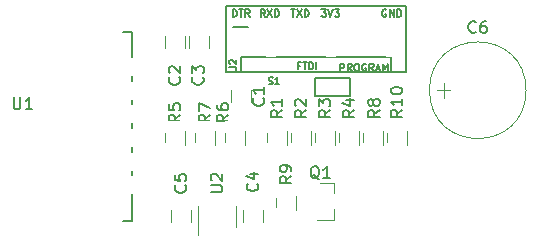
<source format=gto>
G04 #@! TF.FileFunction,Legend,Top*
%FSLAX46Y46*%
G04 Gerber Fmt 4.6, Leading zero omitted, Abs format (unit mm)*
G04 Created by KiCad (PCBNEW 4.0.7) date 10/21/18 23:31:01*
%MOMM*%
%LPD*%
G01*
G04 APERTURE LIST*
%ADD10C,0.100000*%
%ADD11C,0.127000*%
%ADD12C,0.203200*%
%ADD13C,0.120000*%
%ADD14C,0.152400*%
%ADD15C,0.150000*%
%ADD16C,2.082800*%
%ADD17R,2.501900X1.800860*%
%ADD18R,2.000000X2.000000*%
%ADD19C,2.000000*%
%ADD20R,1.500000X2.900000*%
%ADD21R,2.900000X1.500000*%
%ADD22R,1.050000X1.460000*%
%ADD23R,1.650000X1.400000*%
%ADD24R,1.700000X1.100000*%
%ADD25R,1.300000X1.200000*%
G04 APERTURE END LIST*
D10*
D11*
X95788843Y-100888800D02*
X95730786Y-100859771D01*
X95643700Y-100859771D01*
X95556615Y-100888800D01*
X95498557Y-100946857D01*
X95469529Y-101004914D01*
X95440500Y-101121029D01*
X95440500Y-101208114D01*
X95469529Y-101324229D01*
X95498557Y-101382286D01*
X95556615Y-101440343D01*
X95643700Y-101469371D01*
X95701757Y-101469371D01*
X95788843Y-101440343D01*
X95817872Y-101411314D01*
X95817872Y-101208114D01*
X95701757Y-101208114D01*
X96079129Y-101469371D02*
X96079129Y-100859771D01*
X96427472Y-101469371D01*
X96427472Y-100859771D01*
X96717758Y-101469371D02*
X96717758Y-100859771D01*
X96862901Y-100859771D01*
X96949986Y-100888800D01*
X97008044Y-100946857D01*
X97037072Y-101004914D01*
X97066101Y-101121029D01*
X97066101Y-101208114D01*
X97037072Y-101324229D01*
X97008044Y-101382286D01*
X96949986Y-101440343D01*
X96862901Y-101469371D01*
X96717758Y-101469371D01*
X90316958Y-100859771D02*
X90694329Y-100859771D01*
X90491129Y-101092000D01*
X90578215Y-101092000D01*
X90636272Y-101121029D01*
X90665301Y-101150057D01*
X90694329Y-101208114D01*
X90694329Y-101353257D01*
X90665301Y-101411314D01*
X90636272Y-101440343D01*
X90578215Y-101469371D01*
X90404043Y-101469371D01*
X90345986Y-101440343D01*
X90316958Y-101411314D01*
X90868500Y-100859771D02*
X91071700Y-101469371D01*
X91274900Y-100859771D01*
X91420043Y-100859771D02*
X91797414Y-100859771D01*
X91594214Y-101092000D01*
X91681300Y-101092000D01*
X91739357Y-101121029D01*
X91768386Y-101150057D01*
X91797414Y-101208114D01*
X91797414Y-101353257D01*
X91768386Y-101411314D01*
X91739357Y-101440343D01*
X91681300Y-101469371D01*
X91507128Y-101469371D01*
X91449071Y-101440343D01*
X91420043Y-101411314D01*
X87762443Y-100859771D02*
X88110786Y-100859771D01*
X87936615Y-101469371D02*
X87936615Y-100859771D01*
X88255929Y-100859771D02*
X88662329Y-101469371D01*
X88662329Y-100859771D02*
X88255929Y-101469371D01*
X88894557Y-101469371D02*
X88894557Y-100859771D01*
X89039700Y-100859771D01*
X89126785Y-100888800D01*
X89184843Y-100946857D01*
X89213871Y-101004914D01*
X89242900Y-101121029D01*
X89242900Y-101208114D01*
X89213871Y-101324229D01*
X89184843Y-101382286D01*
X89126785Y-101440343D01*
X89039700Y-101469371D01*
X88894557Y-101469371D01*
X85534501Y-101469371D02*
X85331301Y-101179086D01*
X85186158Y-101469371D02*
X85186158Y-100859771D01*
X85418386Y-100859771D01*
X85476444Y-100888800D01*
X85505472Y-100917829D01*
X85534501Y-100975886D01*
X85534501Y-101062971D01*
X85505472Y-101121029D01*
X85476444Y-101150057D01*
X85418386Y-101179086D01*
X85186158Y-101179086D01*
X85737701Y-100859771D02*
X86144101Y-101469371D01*
X86144101Y-100859771D02*
X85737701Y-101469371D01*
X86376329Y-101469371D02*
X86376329Y-100859771D01*
X86521472Y-100859771D01*
X86608557Y-100888800D01*
X86666615Y-100946857D01*
X86695643Y-101004914D01*
X86724672Y-101121029D01*
X86724672Y-101208114D01*
X86695643Y-101324229D01*
X86666615Y-101382286D01*
X86608557Y-101440343D01*
X86521472Y-101469371D01*
X86376329Y-101469371D01*
X82805815Y-101469371D02*
X82805815Y-100859771D01*
X82950958Y-100859771D01*
X83038043Y-100888800D01*
X83096101Y-100946857D01*
X83125129Y-101004914D01*
X83154158Y-101121029D01*
X83154158Y-101208114D01*
X83125129Y-101324229D01*
X83096101Y-101382286D01*
X83038043Y-101440343D01*
X82950958Y-101469371D01*
X82805815Y-101469371D01*
X83328329Y-100859771D02*
X83676672Y-100859771D01*
X83502501Y-101469371D02*
X83502501Y-100859771D01*
X84228215Y-101469371D02*
X84025015Y-101179086D01*
X83879872Y-101469371D02*
X83879872Y-100859771D01*
X84112100Y-100859771D01*
X84170158Y-100888800D01*
X84199186Y-100917829D01*
X84228215Y-100975886D01*
X84228215Y-101062971D01*
X84199186Y-101121029D01*
X84170158Y-101150057D01*
X84112100Y-101179086D01*
X83879872Y-101179086D01*
X82232500Y-100584000D02*
X82232500Y-106172000D01*
X97472500Y-100584000D02*
X97472500Y-106172000D01*
X97472500Y-100584000D02*
X82232500Y-100584000D01*
X97472500Y-106172000D02*
X96202500Y-106172000D01*
X96202500Y-106172000D02*
X83502500Y-106172000D01*
X83502500Y-106172000D02*
X82232500Y-106172000D01*
X83502500Y-106172000D02*
X83502500Y-104902000D01*
X83502500Y-104902000D02*
X96202500Y-104902000D01*
X96202500Y-104902000D02*
X96202500Y-106172000D01*
D12*
X82867500Y-102362000D02*
X84137500Y-102362000D01*
X84137500Y-102362000D02*
X82867500Y-102362000D01*
X89750900Y-106692700D02*
X92748100Y-106692700D01*
X92748100Y-108191300D02*
X89750900Y-108191300D01*
X89750900Y-108191300D02*
X89750900Y-106692700D01*
X92748100Y-108191300D02*
X92748100Y-106692700D01*
D13*
X107638500Y-107696000D02*
G75*
G03X107638500Y-107696000I-4090000J0D01*
G01*
X100098500Y-107696000D02*
X101298500Y-107696000D01*
X100698500Y-107046000D02*
X100698500Y-108346000D01*
D14*
X73533000Y-118745000D02*
X74295000Y-118745000D01*
X74295000Y-118745000D02*
X74295000Y-102743000D01*
X74295000Y-102743000D02*
X73533000Y-102743000D01*
D13*
X83080500Y-119264000D02*
X83080500Y-117464000D01*
X79860500Y-117464000D02*
X79860500Y-119914000D01*
X82652500Y-107704000D02*
X82652500Y-108704000D01*
X84352500Y-108704000D02*
X84352500Y-107704000D01*
X77064500Y-103132000D02*
X77064500Y-104132000D01*
X78764500Y-104132000D02*
X78764500Y-103132000D01*
X79096500Y-103132000D02*
X79096500Y-104132000D01*
X80796500Y-104132000D02*
X80796500Y-103132000D01*
X83668500Y-117864000D02*
X83668500Y-118864000D01*
X85368500Y-118864000D02*
X85368500Y-117864000D01*
X79272500Y-118864000D02*
X79272500Y-117864000D01*
X77572500Y-117864000D02*
X77572500Y-118864000D01*
X87430500Y-111160000D02*
X87430500Y-112360000D01*
X85670500Y-112360000D02*
X85670500Y-111160000D01*
X89462500Y-111160000D02*
X89462500Y-112360000D01*
X87702500Y-112360000D02*
X87702500Y-111160000D01*
X89734500Y-112360000D02*
X89734500Y-111160000D01*
X91494500Y-111160000D02*
X91494500Y-112360000D01*
X93526500Y-111160000D02*
X93526500Y-112360000D01*
X91766500Y-112360000D02*
X91766500Y-111160000D01*
X78794500Y-111160000D02*
X78794500Y-112360000D01*
X77034500Y-112360000D02*
X77034500Y-111160000D01*
X83874500Y-111160000D02*
X83874500Y-112360000D01*
X82114500Y-112360000D02*
X82114500Y-111160000D01*
X81334500Y-111160000D02*
X81334500Y-112360000D01*
X79574500Y-112360000D02*
X79574500Y-111160000D01*
X95558500Y-111160000D02*
X95558500Y-112360000D01*
X93798500Y-112360000D02*
X93798500Y-111160000D01*
X91374500Y-118674000D02*
X91374500Y-117744000D01*
X91374500Y-115514000D02*
X91374500Y-116444000D01*
X91374500Y-115514000D02*
X89214500Y-115514000D01*
X91374500Y-118674000D02*
X89914500Y-118674000D01*
X86432500Y-117821000D02*
X86432500Y-116621000D01*
X88192500Y-116621000D02*
X88192500Y-117821000D01*
X95830500Y-112360000D02*
X95830500Y-111160000D01*
X97590500Y-111160000D02*
X97590500Y-112360000D01*
D11*
X82508271Y-105714800D02*
X82943700Y-105714800D01*
X83030786Y-105743828D01*
X83088843Y-105801885D01*
X83117871Y-105888971D01*
X83117871Y-105947028D01*
X82566329Y-105453543D02*
X82537300Y-105424514D01*
X82508271Y-105366457D01*
X82508271Y-105221314D01*
X82537300Y-105163257D01*
X82566329Y-105134228D01*
X82624386Y-105105200D01*
X82682443Y-105105200D01*
X82769529Y-105134228D01*
X83117871Y-105482571D01*
X83117871Y-105105200D01*
X88495415Y-105620457D02*
X88292215Y-105620457D01*
X88292215Y-105939771D02*
X88292215Y-105330171D01*
X88582501Y-105330171D01*
X88727643Y-105330171D02*
X89075986Y-105330171D01*
X88901815Y-105939771D02*
X88901815Y-105330171D01*
X89279186Y-105939771D02*
X89279186Y-105330171D01*
X89424329Y-105330171D01*
X89511414Y-105359200D01*
X89569472Y-105417257D01*
X89598500Y-105475314D01*
X89627529Y-105591429D01*
X89627529Y-105678514D01*
X89598500Y-105794629D01*
X89569472Y-105852686D01*
X89511414Y-105910743D01*
X89424329Y-105939771D01*
X89279186Y-105939771D01*
X89888786Y-105939771D02*
X89888786Y-105330171D01*
X85832043Y-107180743D02*
X85919129Y-107209771D01*
X86064272Y-107209771D01*
X86122329Y-107180743D01*
X86151358Y-107151714D01*
X86180386Y-107093657D01*
X86180386Y-107035600D01*
X86151358Y-106977543D01*
X86122329Y-106948514D01*
X86064272Y-106919486D01*
X85948158Y-106890457D01*
X85890100Y-106861429D01*
X85861072Y-106832400D01*
X85832043Y-106774343D01*
X85832043Y-106716286D01*
X85861072Y-106658229D01*
X85890100Y-106629200D01*
X85948158Y-106600171D01*
X86093300Y-106600171D01*
X86180386Y-106629200D01*
X86760957Y-107209771D02*
X86412614Y-107209771D01*
X86586786Y-107209771D02*
X86586786Y-106600171D01*
X86528729Y-106687257D01*
X86470671Y-106745314D01*
X86412614Y-106774343D01*
X91913529Y-106066771D02*
X91913529Y-105457171D01*
X92145757Y-105457171D01*
X92203815Y-105486200D01*
X92232843Y-105515229D01*
X92261872Y-105573286D01*
X92261872Y-105660371D01*
X92232843Y-105718429D01*
X92203815Y-105747457D01*
X92145757Y-105776486D01*
X91913529Y-105776486D01*
X92871472Y-106066771D02*
X92668272Y-105776486D01*
X92523129Y-106066771D02*
X92523129Y-105457171D01*
X92755357Y-105457171D01*
X92813415Y-105486200D01*
X92842443Y-105515229D01*
X92871472Y-105573286D01*
X92871472Y-105660371D01*
X92842443Y-105718429D01*
X92813415Y-105747457D01*
X92755357Y-105776486D01*
X92523129Y-105776486D01*
X93248843Y-105457171D02*
X93364957Y-105457171D01*
X93423015Y-105486200D01*
X93481072Y-105544257D01*
X93510100Y-105660371D01*
X93510100Y-105863571D01*
X93481072Y-105979686D01*
X93423015Y-106037743D01*
X93364957Y-106066771D01*
X93248843Y-106066771D01*
X93190786Y-106037743D01*
X93132729Y-105979686D01*
X93103700Y-105863571D01*
X93103700Y-105660371D01*
X93132729Y-105544257D01*
X93190786Y-105486200D01*
X93248843Y-105457171D01*
X94090672Y-105486200D02*
X94032615Y-105457171D01*
X93945529Y-105457171D01*
X93858444Y-105486200D01*
X93800386Y-105544257D01*
X93771358Y-105602314D01*
X93742329Y-105718429D01*
X93742329Y-105805514D01*
X93771358Y-105921629D01*
X93800386Y-105979686D01*
X93858444Y-106037743D01*
X93945529Y-106066771D01*
X94003586Y-106066771D01*
X94090672Y-106037743D01*
X94119701Y-106008714D01*
X94119701Y-105805514D01*
X94003586Y-105805514D01*
X94729301Y-106066771D02*
X94526101Y-105776486D01*
X94380958Y-106066771D02*
X94380958Y-105457171D01*
X94613186Y-105457171D01*
X94671244Y-105486200D01*
X94700272Y-105515229D01*
X94729301Y-105573286D01*
X94729301Y-105660371D01*
X94700272Y-105718429D01*
X94671244Y-105747457D01*
X94613186Y-105776486D01*
X94380958Y-105776486D01*
X94961529Y-105892600D02*
X95251815Y-105892600D01*
X94903472Y-106066771D02*
X95106672Y-105457171D01*
X95309872Y-106066771D01*
X95513072Y-106066771D02*
X95513072Y-105457171D01*
X95716272Y-105892600D01*
X95919472Y-105457171D01*
X95919472Y-106066771D01*
D15*
X103381834Y-102743143D02*
X103334215Y-102790762D01*
X103191358Y-102838381D01*
X103096120Y-102838381D01*
X102953262Y-102790762D01*
X102858024Y-102695524D01*
X102810405Y-102600286D01*
X102762786Y-102409810D01*
X102762786Y-102266952D01*
X102810405Y-102076476D01*
X102858024Y-101981238D01*
X102953262Y-101886000D01*
X103096120Y-101838381D01*
X103191358Y-101838381D01*
X103334215Y-101886000D01*
X103381834Y-101933619D01*
X104238977Y-101838381D02*
X104048500Y-101838381D01*
X103953262Y-101886000D01*
X103905643Y-101933619D01*
X103810405Y-102076476D01*
X103762786Y-102266952D01*
X103762786Y-102647905D01*
X103810405Y-102743143D01*
X103858024Y-102790762D01*
X103953262Y-102838381D01*
X104143739Y-102838381D01*
X104238977Y-102790762D01*
X104286596Y-102743143D01*
X104334215Y-102647905D01*
X104334215Y-102409810D01*
X104286596Y-102314571D01*
X104238977Y-102266952D01*
X104143739Y-102219333D01*
X103953262Y-102219333D01*
X103858024Y-102266952D01*
X103810405Y-102314571D01*
X103762786Y-102409810D01*
X64262095Y-108291381D02*
X64262095Y-109100905D01*
X64309714Y-109196143D01*
X64357333Y-109243762D01*
X64452571Y-109291381D01*
X64643048Y-109291381D01*
X64738286Y-109243762D01*
X64785905Y-109196143D01*
X64833524Y-109100905D01*
X64833524Y-108291381D01*
X65833524Y-109291381D02*
X65262095Y-109291381D01*
X65547809Y-109291381D02*
X65547809Y-108291381D01*
X65452571Y-108434238D01*
X65357333Y-108529476D01*
X65262095Y-108577095D01*
X80922881Y-116331905D02*
X81732405Y-116331905D01*
X81827643Y-116284286D01*
X81875262Y-116236667D01*
X81922881Y-116141429D01*
X81922881Y-115950952D01*
X81875262Y-115855714D01*
X81827643Y-115808095D01*
X81732405Y-115760476D01*
X80922881Y-115760476D01*
X81018119Y-115331905D02*
X80970500Y-115284286D01*
X80922881Y-115189048D01*
X80922881Y-114950952D01*
X80970500Y-114855714D01*
X81018119Y-114808095D01*
X81113357Y-114760476D01*
X81208595Y-114760476D01*
X81351452Y-114808095D01*
X81922881Y-115379524D01*
X81922881Y-114760476D01*
X85383643Y-108370666D02*
X85431262Y-108418285D01*
X85478881Y-108561142D01*
X85478881Y-108656380D01*
X85431262Y-108799238D01*
X85336024Y-108894476D01*
X85240786Y-108942095D01*
X85050310Y-108989714D01*
X84907452Y-108989714D01*
X84716976Y-108942095D01*
X84621738Y-108894476D01*
X84526500Y-108799238D01*
X84478881Y-108656380D01*
X84478881Y-108561142D01*
X84526500Y-108418285D01*
X84574119Y-108370666D01*
X85478881Y-107418285D02*
X85478881Y-107989714D01*
X85478881Y-107704000D02*
X84478881Y-107704000D01*
X84621738Y-107799238D01*
X84716976Y-107894476D01*
X84764595Y-107989714D01*
X78271643Y-106592666D02*
X78319262Y-106640285D01*
X78366881Y-106783142D01*
X78366881Y-106878380D01*
X78319262Y-107021238D01*
X78224024Y-107116476D01*
X78128786Y-107164095D01*
X77938310Y-107211714D01*
X77795452Y-107211714D01*
X77604976Y-107164095D01*
X77509738Y-107116476D01*
X77414500Y-107021238D01*
X77366881Y-106878380D01*
X77366881Y-106783142D01*
X77414500Y-106640285D01*
X77462119Y-106592666D01*
X77462119Y-106211714D02*
X77414500Y-106164095D01*
X77366881Y-106068857D01*
X77366881Y-105830761D01*
X77414500Y-105735523D01*
X77462119Y-105687904D01*
X77557357Y-105640285D01*
X77652595Y-105640285D01*
X77795452Y-105687904D01*
X78366881Y-106259333D01*
X78366881Y-105640285D01*
X80252843Y-106592666D02*
X80300462Y-106640285D01*
X80348081Y-106783142D01*
X80348081Y-106878380D01*
X80300462Y-107021238D01*
X80205224Y-107116476D01*
X80109986Y-107164095D01*
X79919510Y-107211714D01*
X79776652Y-107211714D01*
X79586176Y-107164095D01*
X79490938Y-107116476D01*
X79395700Y-107021238D01*
X79348081Y-106878380D01*
X79348081Y-106783142D01*
X79395700Y-106640285D01*
X79443319Y-106592666D01*
X79348081Y-106259333D02*
X79348081Y-105640285D01*
X79729033Y-105973619D01*
X79729033Y-105830761D01*
X79776652Y-105735523D01*
X79824271Y-105687904D01*
X79919510Y-105640285D01*
X80157605Y-105640285D01*
X80252843Y-105687904D01*
X80300462Y-105735523D01*
X80348081Y-105830761D01*
X80348081Y-106116476D01*
X80300462Y-106211714D01*
X80252843Y-106259333D01*
X84875643Y-115609666D02*
X84923262Y-115657285D01*
X84970881Y-115800142D01*
X84970881Y-115895380D01*
X84923262Y-116038238D01*
X84828024Y-116133476D01*
X84732786Y-116181095D01*
X84542310Y-116228714D01*
X84399452Y-116228714D01*
X84208976Y-116181095D01*
X84113738Y-116133476D01*
X84018500Y-116038238D01*
X83970881Y-115895380D01*
X83970881Y-115800142D01*
X84018500Y-115657285D01*
X84066119Y-115609666D01*
X84304214Y-114752523D02*
X84970881Y-114752523D01*
X83923262Y-114990619D02*
X84637548Y-115228714D01*
X84637548Y-114609666D01*
X78779643Y-115736666D02*
X78827262Y-115784285D01*
X78874881Y-115927142D01*
X78874881Y-116022380D01*
X78827262Y-116165238D01*
X78732024Y-116260476D01*
X78636786Y-116308095D01*
X78446310Y-116355714D01*
X78303452Y-116355714D01*
X78112976Y-116308095D01*
X78017738Y-116260476D01*
X77922500Y-116165238D01*
X77874881Y-116022380D01*
X77874881Y-115927142D01*
X77922500Y-115784285D01*
X77970119Y-115736666D01*
X77874881Y-114831904D02*
X77874881Y-115308095D01*
X78351071Y-115355714D01*
X78303452Y-115308095D01*
X78255833Y-115212857D01*
X78255833Y-114974761D01*
X78303452Y-114879523D01*
X78351071Y-114831904D01*
X78446310Y-114784285D01*
X78684405Y-114784285D01*
X78779643Y-114831904D01*
X78827262Y-114879523D01*
X78874881Y-114974761D01*
X78874881Y-115212857D01*
X78827262Y-115308095D01*
X78779643Y-115355714D01*
X87002881Y-109386666D02*
X86526690Y-109720000D01*
X87002881Y-109958095D02*
X86002881Y-109958095D01*
X86002881Y-109577142D01*
X86050500Y-109481904D01*
X86098119Y-109434285D01*
X86193357Y-109386666D01*
X86336214Y-109386666D01*
X86431452Y-109434285D01*
X86479071Y-109481904D01*
X86526690Y-109577142D01*
X86526690Y-109958095D01*
X87002881Y-108434285D02*
X87002881Y-109005714D01*
X87002881Y-108720000D02*
X86002881Y-108720000D01*
X86145738Y-108815238D01*
X86240976Y-108910476D01*
X86288595Y-109005714D01*
X89034881Y-109386666D02*
X88558690Y-109720000D01*
X89034881Y-109958095D02*
X88034881Y-109958095D01*
X88034881Y-109577142D01*
X88082500Y-109481904D01*
X88130119Y-109434285D01*
X88225357Y-109386666D01*
X88368214Y-109386666D01*
X88463452Y-109434285D01*
X88511071Y-109481904D01*
X88558690Y-109577142D01*
X88558690Y-109958095D01*
X88130119Y-109005714D02*
X88082500Y-108958095D01*
X88034881Y-108862857D01*
X88034881Y-108624761D01*
X88082500Y-108529523D01*
X88130119Y-108481904D01*
X88225357Y-108434285D01*
X88320595Y-108434285D01*
X88463452Y-108481904D01*
X89034881Y-109053333D01*
X89034881Y-108434285D01*
X91066881Y-109386666D02*
X90590690Y-109720000D01*
X91066881Y-109958095D02*
X90066881Y-109958095D01*
X90066881Y-109577142D01*
X90114500Y-109481904D01*
X90162119Y-109434285D01*
X90257357Y-109386666D01*
X90400214Y-109386666D01*
X90495452Y-109434285D01*
X90543071Y-109481904D01*
X90590690Y-109577142D01*
X90590690Y-109958095D01*
X90066881Y-109053333D02*
X90066881Y-108434285D01*
X90447833Y-108767619D01*
X90447833Y-108624761D01*
X90495452Y-108529523D01*
X90543071Y-108481904D01*
X90638310Y-108434285D01*
X90876405Y-108434285D01*
X90971643Y-108481904D01*
X91019262Y-108529523D01*
X91066881Y-108624761D01*
X91066881Y-108910476D01*
X91019262Y-109005714D01*
X90971643Y-109053333D01*
X93098881Y-109386666D02*
X92622690Y-109720000D01*
X93098881Y-109958095D02*
X92098881Y-109958095D01*
X92098881Y-109577142D01*
X92146500Y-109481904D01*
X92194119Y-109434285D01*
X92289357Y-109386666D01*
X92432214Y-109386666D01*
X92527452Y-109434285D01*
X92575071Y-109481904D01*
X92622690Y-109577142D01*
X92622690Y-109958095D01*
X92432214Y-108529523D02*
X93098881Y-108529523D01*
X92051262Y-108767619D02*
X92765548Y-109005714D01*
X92765548Y-108386666D01*
X78366881Y-109767666D02*
X77890690Y-110101000D01*
X78366881Y-110339095D02*
X77366881Y-110339095D01*
X77366881Y-109958142D01*
X77414500Y-109862904D01*
X77462119Y-109815285D01*
X77557357Y-109767666D01*
X77700214Y-109767666D01*
X77795452Y-109815285D01*
X77843071Y-109862904D01*
X77890690Y-109958142D01*
X77890690Y-110339095D01*
X77366881Y-108862904D02*
X77366881Y-109339095D01*
X77843071Y-109386714D01*
X77795452Y-109339095D01*
X77747833Y-109243857D01*
X77747833Y-109005761D01*
X77795452Y-108910523D01*
X77843071Y-108862904D01*
X77938310Y-108815285D01*
X78176405Y-108815285D01*
X78271643Y-108862904D01*
X78319262Y-108910523D01*
X78366881Y-109005761D01*
X78366881Y-109243857D01*
X78319262Y-109339095D01*
X78271643Y-109386714D01*
X82430881Y-109767666D02*
X81954690Y-110101000D01*
X82430881Y-110339095D02*
X81430881Y-110339095D01*
X81430881Y-109958142D01*
X81478500Y-109862904D01*
X81526119Y-109815285D01*
X81621357Y-109767666D01*
X81764214Y-109767666D01*
X81859452Y-109815285D01*
X81907071Y-109862904D01*
X81954690Y-109958142D01*
X81954690Y-110339095D01*
X81430881Y-108910523D02*
X81430881Y-109101000D01*
X81478500Y-109196238D01*
X81526119Y-109243857D01*
X81668976Y-109339095D01*
X81859452Y-109386714D01*
X82240405Y-109386714D01*
X82335643Y-109339095D01*
X82383262Y-109291476D01*
X82430881Y-109196238D01*
X82430881Y-109005761D01*
X82383262Y-108910523D01*
X82335643Y-108862904D01*
X82240405Y-108815285D01*
X82002310Y-108815285D01*
X81907071Y-108862904D01*
X81859452Y-108910523D01*
X81811833Y-109005761D01*
X81811833Y-109196238D01*
X81859452Y-109291476D01*
X81907071Y-109339095D01*
X82002310Y-109386714D01*
X80906881Y-109767666D02*
X80430690Y-110101000D01*
X80906881Y-110339095D02*
X79906881Y-110339095D01*
X79906881Y-109958142D01*
X79954500Y-109862904D01*
X80002119Y-109815285D01*
X80097357Y-109767666D01*
X80240214Y-109767666D01*
X80335452Y-109815285D01*
X80383071Y-109862904D01*
X80430690Y-109958142D01*
X80430690Y-110339095D01*
X79906881Y-109434333D02*
X79906881Y-108767666D01*
X80906881Y-109196238D01*
X95257881Y-109386666D02*
X94781690Y-109720000D01*
X95257881Y-109958095D02*
X94257881Y-109958095D01*
X94257881Y-109577142D01*
X94305500Y-109481904D01*
X94353119Y-109434285D01*
X94448357Y-109386666D01*
X94591214Y-109386666D01*
X94686452Y-109434285D01*
X94734071Y-109481904D01*
X94781690Y-109577142D01*
X94781690Y-109958095D01*
X94686452Y-108815238D02*
X94638833Y-108910476D01*
X94591214Y-108958095D01*
X94495976Y-109005714D01*
X94448357Y-109005714D01*
X94353119Y-108958095D01*
X94305500Y-108910476D01*
X94257881Y-108815238D01*
X94257881Y-108624761D01*
X94305500Y-108529523D01*
X94353119Y-108481904D01*
X94448357Y-108434285D01*
X94495976Y-108434285D01*
X94591214Y-108481904D01*
X94638833Y-108529523D01*
X94686452Y-108624761D01*
X94686452Y-108815238D01*
X94734071Y-108910476D01*
X94781690Y-108958095D01*
X94876929Y-109005714D01*
X95067405Y-109005714D01*
X95162643Y-108958095D01*
X95210262Y-108910476D01*
X95257881Y-108815238D01*
X95257881Y-108624761D01*
X95210262Y-108529523D01*
X95162643Y-108481904D01*
X95067405Y-108434285D01*
X94876929Y-108434285D01*
X94781690Y-108481904D01*
X94734071Y-108529523D01*
X94686452Y-108624761D01*
X90138262Y-115228619D02*
X90043024Y-115181000D01*
X89947786Y-115085762D01*
X89804929Y-114942905D01*
X89709690Y-114895286D01*
X89614452Y-114895286D01*
X89662071Y-115133381D02*
X89566833Y-115085762D01*
X89471595Y-114990524D01*
X89423976Y-114800048D01*
X89423976Y-114466714D01*
X89471595Y-114276238D01*
X89566833Y-114181000D01*
X89662071Y-114133381D01*
X89852548Y-114133381D01*
X89947786Y-114181000D01*
X90043024Y-114276238D01*
X90090643Y-114466714D01*
X90090643Y-114800048D01*
X90043024Y-114990524D01*
X89947786Y-115085762D01*
X89852548Y-115133381D01*
X89662071Y-115133381D01*
X91043024Y-115133381D02*
X90471595Y-115133381D01*
X90757309Y-115133381D02*
X90757309Y-114133381D01*
X90662071Y-114276238D01*
X90566833Y-114371476D01*
X90471595Y-114419095D01*
X87764881Y-114974666D02*
X87288690Y-115308000D01*
X87764881Y-115546095D02*
X86764881Y-115546095D01*
X86764881Y-115165142D01*
X86812500Y-115069904D01*
X86860119Y-115022285D01*
X86955357Y-114974666D01*
X87098214Y-114974666D01*
X87193452Y-115022285D01*
X87241071Y-115069904D01*
X87288690Y-115165142D01*
X87288690Y-115546095D01*
X87764881Y-114498476D02*
X87764881Y-114308000D01*
X87717262Y-114212761D01*
X87669643Y-114165142D01*
X87526786Y-114069904D01*
X87336310Y-114022285D01*
X86955357Y-114022285D01*
X86860119Y-114069904D01*
X86812500Y-114117523D01*
X86764881Y-114212761D01*
X86764881Y-114403238D01*
X86812500Y-114498476D01*
X86860119Y-114546095D01*
X86955357Y-114593714D01*
X87193452Y-114593714D01*
X87288690Y-114546095D01*
X87336310Y-114498476D01*
X87383929Y-114403238D01*
X87383929Y-114212761D01*
X87336310Y-114117523D01*
X87288690Y-114069904D01*
X87193452Y-114022285D01*
X97162881Y-109354857D02*
X96686690Y-109688191D01*
X97162881Y-109926286D02*
X96162881Y-109926286D01*
X96162881Y-109545333D01*
X96210500Y-109450095D01*
X96258119Y-109402476D01*
X96353357Y-109354857D01*
X96496214Y-109354857D01*
X96591452Y-109402476D01*
X96639071Y-109450095D01*
X96686690Y-109545333D01*
X96686690Y-109926286D01*
X97162881Y-108402476D02*
X97162881Y-108973905D01*
X97162881Y-108688191D02*
X96162881Y-108688191D01*
X96305738Y-108783429D01*
X96400976Y-108878667D01*
X96448595Y-108973905D01*
X96162881Y-107783429D02*
X96162881Y-107688190D01*
X96210500Y-107592952D01*
X96258119Y-107545333D01*
X96353357Y-107497714D01*
X96543833Y-107450095D01*
X96781929Y-107450095D01*
X96972405Y-107497714D01*
X97067643Y-107545333D01*
X97115262Y-107592952D01*
X97162881Y-107688190D01*
X97162881Y-107783429D01*
X97115262Y-107878667D01*
X97067643Y-107926286D01*
X96972405Y-107973905D01*
X96781929Y-108021524D01*
X96543833Y-108021524D01*
X96353357Y-107973905D01*
X96258119Y-107926286D01*
X96210500Y-107878667D01*
X96162881Y-107783429D01*
%LPC*%
D16*
X83502500Y-103632000D03*
X86042500Y-103886000D03*
X88582500Y-103632000D03*
X91122500Y-103886000D03*
X93662500Y-103632000D03*
X96202500Y-103886000D03*
D17*
X88099900Y-107442000D03*
X94399100Y-107442000D03*
D18*
X102298500Y-107696000D03*
D19*
X104798500Y-107696000D03*
D20*
X58674000Y-118429000D03*
X60674000Y-118429000D03*
X62674000Y-118429000D03*
X64674000Y-118429000D03*
X66674000Y-118429000D03*
X68674000Y-118429000D03*
X70674000Y-118429000D03*
X72674000Y-118429000D03*
X72674000Y-103029000D03*
X70674000Y-103029000D03*
X68674000Y-103029000D03*
X66674000Y-103029000D03*
X64674000Y-103029000D03*
X62674000Y-103029000D03*
X60674000Y-103029000D03*
X58674000Y-103029000D03*
D21*
X74374000Y-115739000D03*
X74374000Y-113739000D03*
X74374000Y-111739000D03*
X74374000Y-109739000D03*
X74374000Y-107739000D03*
X74374000Y-105739000D03*
D22*
X80520500Y-119464000D03*
X81470500Y-119464000D03*
X82420500Y-119464000D03*
X82420500Y-117264000D03*
X80520500Y-117264000D03*
D23*
X83502500Y-109204000D03*
X83502500Y-107204000D03*
X77914500Y-104632000D03*
X77914500Y-102632000D03*
X79946500Y-104632000D03*
X79946500Y-102632000D03*
X84518500Y-119364000D03*
X84518500Y-117364000D03*
X78422500Y-117364000D03*
X78422500Y-119364000D03*
D24*
X86550500Y-112710000D03*
X86550500Y-110810000D03*
X88582500Y-112710000D03*
X88582500Y-110810000D03*
X90614500Y-110810000D03*
X90614500Y-112710000D03*
X92646500Y-112710000D03*
X92646500Y-110810000D03*
X77914500Y-112710000D03*
X77914500Y-110810000D03*
X82994500Y-112710000D03*
X82994500Y-110810000D03*
X80454500Y-112710000D03*
X80454500Y-110810000D03*
X94678500Y-112710000D03*
X94678500Y-110810000D03*
D25*
X89614500Y-116144000D03*
X89614500Y-118044000D03*
X91614500Y-117094000D03*
D24*
X87312500Y-116271000D03*
X87312500Y-118171000D03*
X96710500Y-110810000D03*
X96710500Y-112710000D03*
M02*

</source>
